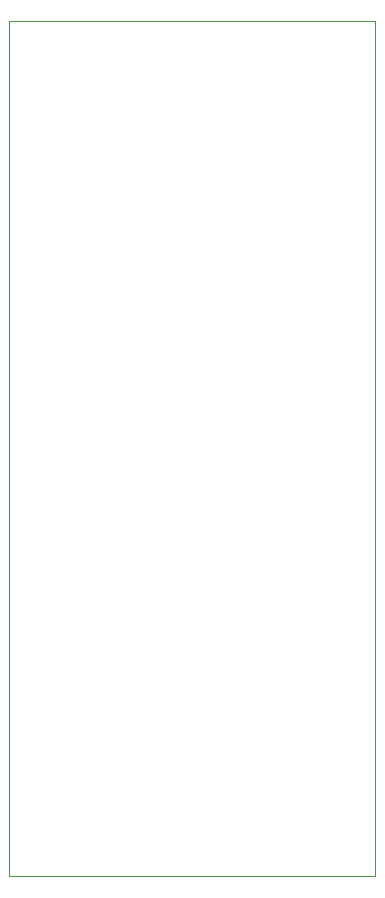
<source format=gbr>
G04 #@! TF.GenerationSoftware,KiCad,Pcbnew,5.1.7-a382d34a8~87~ubuntu20.04.1*
G04 #@! TF.CreationDate,2020-10-11T22:02:26+02:00*
G04 #@! TF.ProjectId,xmega_adapter_board,786d6567-615f-4616-9461-707465725f62,1.1.0*
G04 #@! TF.SameCoordinates,Original*
G04 #@! TF.FileFunction,Profile,NP*
%FSLAX46Y46*%
G04 Gerber Fmt 4.6, Leading zero omitted, Abs format (unit mm)*
G04 Created by KiCad (PCBNEW 5.1.7-a382d34a8~87~ubuntu20.04.1) date 2020-10-11 22:02:26*
%MOMM*%
%LPD*%
G01*
G04 APERTURE LIST*
G04 #@! TA.AperFunction,Profile*
%ADD10C,0.050000*%
G04 #@! TD*
G04 APERTURE END LIST*
D10*
X186055000Y-136906000D02*
X186055000Y-64516000D01*
X217043000Y-136906000D02*
X186055000Y-136906000D01*
X217043000Y-64516000D02*
X217043000Y-136906000D01*
X186055000Y-64516000D02*
X217043000Y-64516000D01*
M02*

</source>
